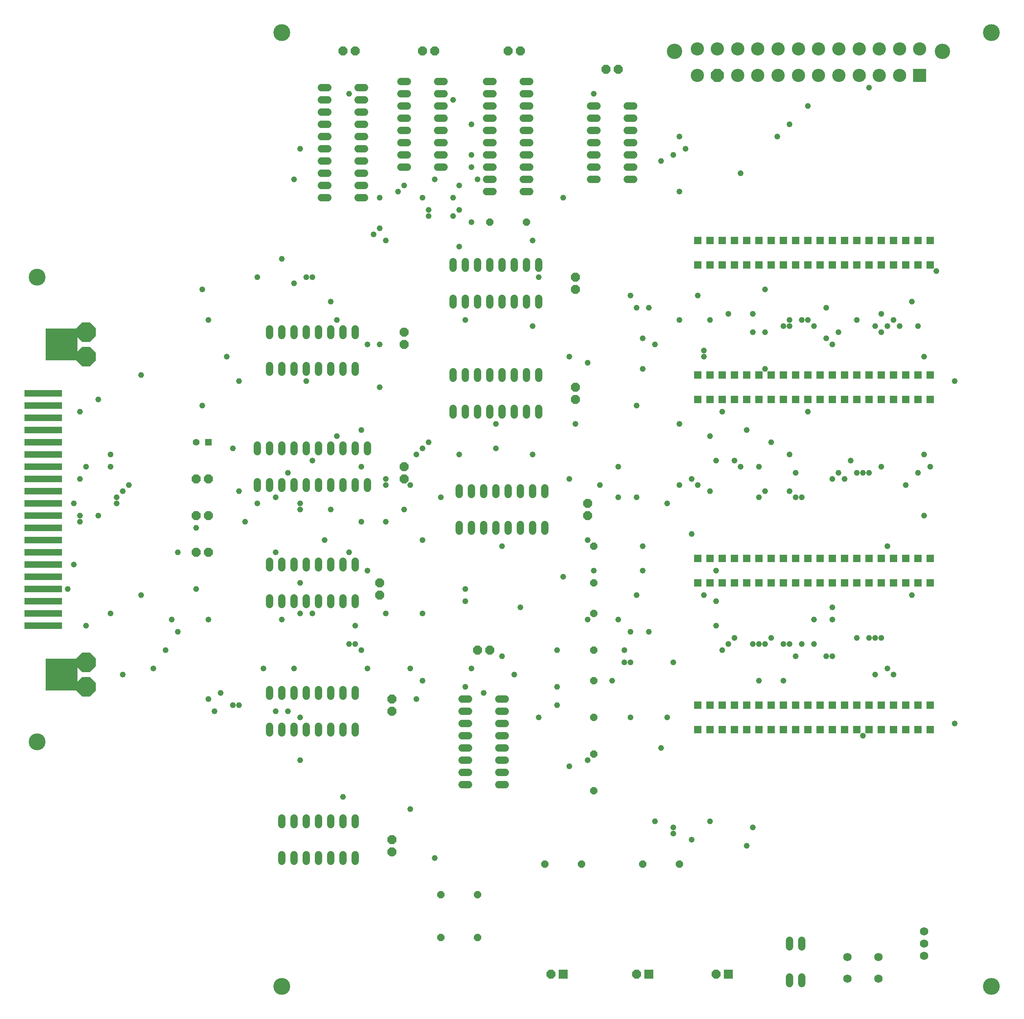
<source format=gbr>
G04 EAGLE Gerber RS-274X export*
G75*
%MOMM*%
%FSLAX34Y34*%
%LPD*%
%INSoldermask Bottom*%
%IPPOS*%
%AMOC8*
5,1,8,0,0,1.08239X$1,22.5*%
G01*
%ADD10R,7.823200X1.473200*%
%ADD11R,1.411200X1.411200*%
%ADD12C,1.411200*%
%ADD13C,1.524000*%
%ADD14P,1.951982X8X202.500000*%
%ADD15P,1.951982X8X22.500000*%
%ADD16P,1.649562X8X22.500000*%
%ADD17P,1.649562X8X202.500000*%
%ADD18C,1.727200*%
%ADD19P,2.034460X8X22.500000*%
%ADD20R,1.879600X1.879600*%
%ADD21C,3.505200*%
%ADD22P,1.951982X8X112.500000*%
%ADD23R,1.511200X1.511200*%
%ADD24P,1.649562X8X112.500000*%
%ADD25P,4.343848X8X22.500000*%
%ADD26R,2.743200X2.743200*%
%ADD27C,2.743200*%
%ADD28P,2.969212X8X22.500000*%
%ADD29C,3.203200*%
%ADD30R,6.654800X6.654800*%
%ADD31C,1.219200*%


D10*
X88900Y749300D03*
X88900Y723900D03*
X88900Y698500D03*
X88900Y673100D03*
X88900Y647700D03*
X88900Y622300D03*
X88900Y596900D03*
X88900Y571500D03*
X88900Y546100D03*
X88900Y520700D03*
X88900Y495300D03*
X88900Y469900D03*
X88900Y444500D03*
X88900Y419100D03*
X88900Y393700D03*
X88900Y368300D03*
X88900Y342900D03*
X88900Y317500D03*
X88900Y292100D03*
X88900Y266700D03*
D11*
X431800Y647700D03*
D12*
X406400Y647700D03*
D13*
X666496Y1384300D02*
X679704Y1384300D01*
X679704Y1358900D02*
X666496Y1358900D01*
X666496Y1231900D02*
X679704Y1231900D01*
X679704Y1206500D02*
X666496Y1206500D01*
X666496Y1333500D02*
X679704Y1333500D01*
X679704Y1308100D02*
X666496Y1308100D01*
X666496Y1257300D02*
X679704Y1257300D01*
X679704Y1282700D02*
X666496Y1282700D01*
X666496Y1181100D02*
X679704Y1181100D01*
X679704Y1155700D02*
X666496Y1155700D01*
X742696Y1155700D02*
X755904Y1155700D01*
X755904Y1181100D02*
X742696Y1181100D01*
X742696Y1206500D02*
X755904Y1206500D01*
X755904Y1231900D02*
X742696Y1231900D01*
X742696Y1257300D02*
X755904Y1257300D01*
X755904Y1282700D02*
X742696Y1282700D01*
X742696Y1308100D02*
X755904Y1308100D01*
X755904Y1333500D02*
X742696Y1333500D01*
X742696Y1358900D02*
X755904Y1358900D01*
X755904Y1384300D02*
X742696Y1384300D01*
X736600Y400304D02*
X736600Y387096D01*
X711200Y387096D02*
X711200Y400304D01*
X584200Y400304D02*
X584200Y387096D01*
X558800Y387096D02*
X558800Y400304D01*
X685800Y400304D02*
X685800Y387096D01*
X660400Y387096D02*
X660400Y400304D01*
X609600Y400304D02*
X609600Y387096D01*
X635000Y387096D02*
X635000Y400304D01*
X558800Y324104D02*
X558800Y310896D01*
X584200Y310896D02*
X584200Y324104D01*
X609600Y324104D02*
X609600Y310896D01*
X635000Y310896D02*
X635000Y324104D01*
X660400Y324104D02*
X660400Y310896D01*
X685800Y310896D02*
X685800Y324104D01*
X711200Y324104D02*
X711200Y310896D01*
X736600Y310896D02*
X736600Y324104D01*
D14*
X431800Y495300D03*
X406400Y495300D03*
X431800Y571500D03*
X406400Y571500D03*
D15*
X406400Y419100D03*
X431800Y419100D03*
D13*
X736600Y133604D02*
X736600Y120396D01*
X711200Y120396D02*
X711200Y133604D01*
X584200Y133604D02*
X584200Y120396D01*
X558800Y120396D02*
X558800Y133604D01*
X685800Y133604D02*
X685800Y120396D01*
X660400Y120396D02*
X660400Y133604D01*
X609600Y133604D02*
X609600Y120396D01*
X635000Y120396D02*
X635000Y133604D01*
X558800Y57404D02*
X558800Y44196D01*
X584200Y44196D02*
X584200Y57404D01*
X609600Y57404D02*
X609600Y44196D01*
X635000Y44196D02*
X635000Y57404D01*
X660400Y57404D02*
X660400Y44196D01*
X685800Y44196D02*
X685800Y57404D01*
X711200Y57404D02*
X711200Y44196D01*
X736600Y44196D02*
X736600Y57404D01*
X958596Y114300D02*
X971804Y114300D01*
X971804Y88900D02*
X958596Y88900D01*
X958596Y-38100D02*
X971804Y-38100D01*
X971804Y-63500D02*
X958596Y-63500D01*
X958596Y63500D02*
X971804Y63500D01*
X971804Y38100D02*
X958596Y38100D01*
X958596Y-12700D02*
X971804Y-12700D01*
X971804Y12700D02*
X958596Y12700D01*
X1034796Y-63500D02*
X1048004Y-63500D01*
X1048004Y-38100D02*
X1034796Y-38100D01*
X1034796Y-12700D02*
X1048004Y-12700D01*
X1048004Y12700D02*
X1034796Y12700D01*
X1034796Y38100D02*
X1048004Y38100D01*
X1048004Y63500D02*
X1034796Y63500D01*
X1034796Y88900D02*
X1048004Y88900D01*
X1048004Y114300D02*
X1034796Y114300D01*
X1130300Y539496D02*
X1130300Y552704D01*
X1104900Y552704D02*
X1104900Y539496D01*
X977900Y539496D02*
X977900Y552704D01*
X952500Y552704D02*
X952500Y539496D01*
X1079500Y539496D02*
X1079500Y552704D01*
X1054100Y552704D02*
X1054100Y539496D01*
X1003300Y539496D02*
X1003300Y552704D01*
X1028700Y552704D02*
X1028700Y539496D01*
X952500Y476504D02*
X952500Y463296D01*
X977900Y463296D02*
X977900Y476504D01*
X1003300Y476504D02*
X1003300Y463296D01*
X1028700Y463296D02*
X1028700Y476504D01*
X1054100Y476504D02*
X1054100Y463296D01*
X1079500Y463296D02*
X1079500Y476504D01*
X1104900Y476504D02*
X1104900Y463296D01*
X1130300Y463296D02*
X1130300Y476504D01*
X844804Y1397000D02*
X831596Y1397000D01*
X831596Y1371600D02*
X844804Y1371600D01*
X844804Y1244600D02*
X831596Y1244600D01*
X831596Y1219200D02*
X844804Y1219200D01*
X844804Y1346200D02*
X831596Y1346200D01*
X831596Y1320800D02*
X844804Y1320800D01*
X844804Y1270000D02*
X831596Y1270000D01*
X831596Y1295400D02*
X844804Y1295400D01*
X907796Y1219200D02*
X921004Y1219200D01*
X921004Y1244600D02*
X907796Y1244600D01*
X907796Y1270000D02*
X921004Y1270000D01*
X921004Y1295400D02*
X907796Y1295400D01*
X907796Y1320800D02*
X921004Y1320800D01*
X921004Y1346200D02*
X907796Y1346200D01*
X907796Y1371600D02*
X921004Y1371600D01*
X921004Y1397000D02*
X907796Y1397000D01*
X1009396Y1397000D02*
X1022604Y1397000D01*
X1022604Y1371600D02*
X1009396Y1371600D01*
X1009396Y1244600D02*
X1022604Y1244600D01*
X1022604Y1219200D02*
X1009396Y1219200D01*
X1009396Y1346200D02*
X1022604Y1346200D01*
X1022604Y1320800D02*
X1009396Y1320800D01*
X1009396Y1270000D02*
X1022604Y1270000D01*
X1022604Y1295400D02*
X1009396Y1295400D01*
X1009396Y1193800D02*
X1022604Y1193800D01*
X1022604Y1168400D02*
X1009396Y1168400D01*
X1085596Y1168400D02*
X1098804Y1168400D01*
X1098804Y1193800D02*
X1085596Y1193800D01*
X1085596Y1219200D02*
X1098804Y1219200D01*
X1098804Y1244600D02*
X1085596Y1244600D01*
X1085596Y1270000D02*
X1098804Y1270000D01*
X1098804Y1295400D02*
X1085596Y1295400D01*
X1085596Y1320800D02*
X1098804Y1320800D01*
X1098804Y1346200D02*
X1085596Y1346200D01*
X1085596Y1371600D02*
X1098804Y1371600D01*
X1098804Y1397000D02*
X1085596Y1397000D01*
X736600Y882904D02*
X736600Y869696D01*
X711200Y869696D02*
X711200Y882904D01*
X584200Y882904D02*
X584200Y869696D01*
X558800Y869696D02*
X558800Y882904D01*
X685800Y882904D02*
X685800Y869696D01*
X660400Y869696D02*
X660400Y882904D01*
X609600Y882904D02*
X609600Y869696D01*
X635000Y869696D02*
X635000Y882904D01*
X558800Y806704D02*
X558800Y793496D01*
X584200Y793496D02*
X584200Y806704D01*
X609600Y806704D02*
X609600Y793496D01*
X635000Y793496D02*
X635000Y806704D01*
X660400Y806704D02*
X660400Y793496D01*
X685800Y793496D02*
X685800Y806704D01*
X711200Y806704D02*
X711200Y793496D01*
X736600Y793496D02*
X736600Y806704D01*
X1117600Y794004D02*
X1117600Y780796D01*
X1092200Y780796D02*
X1092200Y794004D01*
X965200Y794004D02*
X965200Y780796D01*
X939800Y780796D02*
X939800Y794004D01*
X1066800Y794004D02*
X1066800Y780796D01*
X1041400Y780796D02*
X1041400Y794004D01*
X990600Y794004D02*
X990600Y780796D01*
X1016000Y780796D02*
X1016000Y794004D01*
X939800Y717804D02*
X939800Y704596D01*
X965200Y704596D02*
X965200Y717804D01*
X990600Y717804D02*
X990600Y704596D01*
X1016000Y704596D02*
X1016000Y717804D01*
X1041400Y717804D02*
X1041400Y704596D01*
X1066800Y704596D02*
X1066800Y717804D01*
X1092200Y717804D02*
X1092200Y704596D01*
X1117600Y704596D02*
X1117600Y717804D01*
X1225296Y1346200D02*
X1238504Y1346200D01*
X1238504Y1320800D02*
X1225296Y1320800D01*
X1225296Y1193800D02*
X1238504Y1193800D01*
X1301496Y1193800D02*
X1314704Y1193800D01*
X1238504Y1295400D02*
X1225296Y1295400D01*
X1225296Y1270000D02*
X1238504Y1270000D01*
X1238504Y1219200D02*
X1225296Y1219200D01*
X1225296Y1244600D02*
X1238504Y1244600D01*
X1301496Y1219200D02*
X1314704Y1219200D01*
X1314704Y1244600D02*
X1301496Y1244600D01*
X1301496Y1270000D02*
X1314704Y1270000D01*
X1314704Y1295400D02*
X1301496Y1295400D01*
X1301496Y1320800D02*
X1314704Y1320800D01*
X1314704Y1346200D02*
X1301496Y1346200D01*
X1117600Y1022604D02*
X1117600Y1009396D01*
X1092200Y1009396D02*
X1092200Y1022604D01*
X965200Y1022604D02*
X965200Y1009396D01*
X939800Y1009396D02*
X939800Y1022604D01*
X1066800Y1022604D02*
X1066800Y1009396D01*
X1041400Y1009396D02*
X1041400Y1022604D01*
X990600Y1022604D02*
X990600Y1009396D01*
X1016000Y1009396D02*
X1016000Y1022604D01*
X939800Y946404D02*
X939800Y933196D01*
X965200Y933196D02*
X965200Y946404D01*
X990600Y946404D02*
X990600Y933196D01*
X1016000Y933196D02*
X1016000Y946404D01*
X1041400Y946404D02*
X1041400Y933196D01*
X1066800Y933196D02*
X1066800Y946404D01*
X1092200Y946404D02*
X1092200Y933196D01*
X1117600Y933196D02*
X1117600Y946404D01*
X736600Y-133096D02*
X736600Y-146304D01*
X711200Y-146304D02*
X711200Y-133096D01*
X584200Y-133096D02*
X584200Y-146304D01*
X584200Y-209296D02*
X584200Y-222504D01*
X685800Y-146304D02*
X685800Y-133096D01*
X660400Y-133096D02*
X660400Y-146304D01*
X609600Y-146304D02*
X609600Y-133096D01*
X635000Y-133096D02*
X635000Y-146304D01*
X609600Y-209296D02*
X609600Y-222504D01*
X635000Y-222504D02*
X635000Y-209296D01*
X660400Y-209296D02*
X660400Y-222504D01*
X685800Y-222504D02*
X685800Y-209296D01*
X711200Y-209296D02*
X711200Y-222504D01*
X736600Y-222504D02*
X736600Y-209296D01*
X762000Y628396D02*
X762000Y641604D01*
X736600Y641604D02*
X736600Y628396D01*
X609600Y628396D02*
X609600Y641604D01*
X584200Y641604D02*
X584200Y628396D01*
X711200Y628396D02*
X711200Y641604D01*
X685800Y641604D02*
X685800Y628396D01*
X635000Y628396D02*
X635000Y641604D01*
X660400Y641604D02*
X660400Y628396D01*
X558800Y628396D02*
X558800Y641604D01*
X533400Y641604D02*
X533400Y628396D01*
X533400Y565404D02*
X533400Y552196D01*
X558800Y552196D02*
X558800Y565404D01*
X584200Y565404D02*
X584200Y552196D01*
X609600Y552196D02*
X609600Y565404D01*
X635000Y565404D02*
X635000Y552196D01*
X660400Y552196D02*
X660400Y565404D01*
X685800Y565404D02*
X685800Y552196D01*
X711200Y552196D02*
X711200Y565404D01*
X736600Y565404D02*
X736600Y552196D01*
X762000Y552196D02*
X762000Y565404D01*
X1638300Y-463296D02*
X1638300Y-476504D01*
X1663700Y-476504D02*
X1663700Y-463296D01*
X1663700Y-400304D02*
X1663700Y-387096D01*
X1638300Y-387096D02*
X1638300Y-400304D01*
D16*
X1016000Y1104900D03*
X1092200Y1104900D03*
D17*
X990600Y-381000D03*
X914400Y-381000D03*
D18*
X1917700Y-419100D03*
X1917700Y-393700D03*
X1917700Y-368300D03*
X1758188Y-421894D03*
X1758188Y-467106D03*
X1823212Y-421894D03*
X1823212Y-467106D03*
D19*
X1485900Y-457200D03*
D20*
X1511300Y-457200D03*
D17*
X1206500Y-228600D03*
X1130300Y-228600D03*
X1409700Y-228600D03*
X1333500Y-228600D03*
D16*
X914400Y-292100D03*
X990600Y-292100D03*
D19*
X1320800Y-457200D03*
D20*
X1346200Y-457200D03*
D19*
X1143000Y-457200D03*
D20*
X1168400Y-457200D03*
D21*
X584200Y1498600D03*
X2057400Y-482600D03*
X76200Y990600D03*
X76200Y25400D03*
X584200Y-482600D03*
X2057400Y1498600D03*
D14*
X736600Y1460500D03*
X711200Y1460500D03*
D22*
X787400Y330200D03*
X787400Y355600D03*
X812800Y88900D03*
X812800Y114300D03*
D14*
X1016000Y215900D03*
X990600Y215900D03*
D22*
X1219200Y495300D03*
X1219200Y520700D03*
D14*
X901700Y1460500D03*
X876300Y1460500D03*
D22*
X838200Y850900D03*
X838200Y876300D03*
D14*
X1079500Y1460500D03*
X1054100Y1460500D03*
D22*
X1193800Y736600D03*
X1193800Y762000D03*
X1193800Y965200D03*
X1193800Y990600D03*
D14*
X1282700Y1422400D03*
X1257300Y1422400D03*
D22*
X812800Y-203200D03*
X812800Y-177800D03*
X838200Y571500D03*
X838200Y596900D03*
D23*
X1676400Y1066800D03*
X1651000Y1066800D03*
X1625600Y1066800D03*
X1600200Y1066800D03*
X1574800Y1066800D03*
X1549400Y1066800D03*
X1524000Y1066800D03*
X1498600Y1066800D03*
X1701800Y1066800D03*
X1727200Y1066800D03*
X1752600Y1066800D03*
X1778000Y1066800D03*
X1803400Y1066800D03*
X1828800Y1066800D03*
X1854200Y1066800D03*
X1473200Y1066800D03*
X1879600Y1066800D03*
X1905000Y1066800D03*
X1447800Y1066800D03*
X1930400Y1066800D03*
X1930400Y1016000D03*
X1905000Y1016000D03*
X1879600Y1016000D03*
X1854200Y1016000D03*
X1828800Y1016000D03*
X1803400Y1016000D03*
X1778000Y1016000D03*
X1752600Y1016000D03*
X1727200Y1016000D03*
X1701800Y1016000D03*
X1676400Y1016000D03*
X1651000Y1016000D03*
X1625600Y1016000D03*
X1600200Y1016000D03*
X1574800Y1016000D03*
X1549400Y1016000D03*
X1524000Y1016000D03*
X1498600Y1016000D03*
X1473200Y1016000D03*
X1447800Y1016000D03*
X1676400Y787400D03*
X1651000Y787400D03*
X1625600Y787400D03*
X1600200Y787400D03*
X1574800Y787400D03*
X1549400Y787400D03*
X1524000Y787400D03*
X1498600Y787400D03*
X1701800Y787400D03*
X1727200Y787400D03*
X1752600Y787400D03*
X1778000Y787400D03*
X1803400Y787400D03*
X1828800Y787400D03*
X1854200Y787400D03*
X1473200Y787400D03*
X1879600Y787400D03*
X1905000Y787400D03*
X1447800Y787400D03*
X1930400Y787400D03*
X1930400Y736600D03*
X1905000Y736600D03*
X1879600Y736600D03*
X1854200Y736600D03*
X1828800Y736600D03*
X1803400Y736600D03*
X1778000Y736600D03*
X1752600Y736600D03*
X1727200Y736600D03*
X1701800Y736600D03*
X1676400Y736600D03*
X1651000Y736600D03*
X1625600Y736600D03*
X1600200Y736600D03*
X1574800Y736600D03*
X1549400Y736600D03*
X1524000Y736600D03*
X1498600Y736600D03*
X1473200Y736600D03*
X1447800Y736600D03*
X1676400Y406400D03*
X1651000Y406400D03*
X1625600Y406400D03*
X1600200Y406400D03*
X1574800Y406400D03*
X1549400Y406400D03*
X1524000Y406400D03*
X1498600Y406400D03*
X1701800Y406400D03*
X1727200Y406400D03*
X1752600Y406400D03*
X1778000Y406400D03*
X1803400Y406400D03*
X1828800Y406400D03*
X1854200Y406400D03*
X1473200Y406400D03*
X1879600Y406400D03*
X1905000Y406400D03*
X1447800Y406400D03*
X1930400Y406400D03*
X1930400Y355600D03*
X1905000Y355600D03*
X1879600Y355600D03*
X1854200Y355600D03*
X1828800Y355600D03*
X1803400Y355600D03*
X1778000Y355600D03*
X1752600Y355600D03*
X1727200Y355600D03*
X1701800Y355600D03*
X1676400Y355600D03*
X1651000Y355600D03*
X1625600Y355600D03*
X1600200Y355600D03*
X1574800Y355600D03*
X1549400Y355600D03*
X1524000Y355600D03*
X1498600Y355600D03*
X1473200Y355600D03*
X1447800Y355600D03*
X1676400Y101600D03*
X1651000Y101600D03*
X1625600Y101600D03*
X1600200Y101600D03*
X1574800Y101600D03*
X1549400Y101600D03*
X1524000Y101600D03*
X1498600Y101600D03*
X1701800Y101600D03*
X1727200Y101600D03*
X1752600Y101600D03*
X1778000Y101600D03*
X1803400Y101600D03*
X1828800Y101600D03*
X1854200Y101600D03*
X1473200Y101600D03*
X1879600Y101600D03*
X1905000Y101600D03*
X1447800Y101600D03*
X1930400Y101600D03*
X1930400Y50800D03*
X1905000Y50800D03*
X1879600Y50800D03*
X1854200Y50800D03*
X1828800Y50800D03*
X1803400Y50800D03*
X1778000Y50800D03*
X1752600Y50800D03*
X1727200Y50800D03*
X1701800Y50800D03*
X1676400Y50800D03*
X1651000Y50800D03*
X1625600Y50800D03*
X1600200Y50800D03*
X1574800Y50800D03*
X1549400Y50800D03*
X1524000Y50800D03*
X1498600Y50800D03*
X1473200Y50800D03*
X1447800Y50800D03*
D24*
X1231900Y355600D03*
X1231900Y431800D03*
X1231900Y215900D03*
X1231900Y292100D03*
X1231900Y76200D03*
X1231900Y152400D03*
X1231900Y-76200D03*
X1231900Y0D03*
D25*
X177800Y876300D03*
X177800Y825500D03*
X177800Y190500D03*
X177800Y139700D03*
D26*
X1908670Y1409124D03*
D27*
X1866670Y1409124D03*
X1824670Y1409124D03*
X1782670Y1409124D03*
X1740670Y1409124D03*
X1698670Y1409124D03*
X1656670Y1409124D03*
X1614670Y1409124D03*
X1572670Y1409124D03*
X1530670Y1409124D03*
D28*
X1488670Y1409124D03*
D27*
X1908670Y1464124D03*
X1866670Y1464124D03*
X1824670Y1464124D03*
X1782670Y1464124D03*
X1740670Y1464124D03*
X1698670Y1464124D03*
X1656670Y1464124D03*
X1614670Y1464124D03*
X1572670Y1464124D03*
X1530670Y1464124D03*
X1446670Y1409124D03*
X1488670Y1464124D03*
X1446670Y1464124D03*
D29*
X1399718Y1459484D03*
X1955621Y1459509D03*
D30*
X127000Y850900D03*
X127000Y165100D03*
D31*
X1104900Y1066800D03*
X939800Y1117600D03*
X1778000Y901700D03*
X863600Y622300D03*
X762000Y381000D03*
X1841500Y177800D03*
X965200Y139700D03*
X139700Y342900D03*
X876300Y152400D03*
X1219200Y812800D03*
X292100Y787400D03*
X787400Y850900D03*
X876300Y444500D03*
X850900Y177800D03*
X876300Y635000D03*
X850900Y-114300D03*
X977900Y177800D03*
X482600Y635000D03*
X1244600Y558800D03*
X254000Y546100D03*
X241300Y533400D03*
X152400Y520700D03*
X622300Y-12700D03*
X165100Y495300D03*
X596900Y88900D03*
X571500Y88900D03*
X165100Y482600D03*
X584200Y279400D03*
X431800Y279400D03*
X203200Y495300D03*
X736600Y266700D03*
X495300Y101600D03*
X241300Y520700D03*
X622300Y292100D03*
X457200Y127000D03*
X635000Y774700D03*
X762000Y850900D03*
X152400Y393700D03*
X1028700Y635000D03*
X609600Y177800D03*
X368300Y419100D03*
X889000Y647700D03*
X342900Y215900D03*
X228600Y292100D03*
X762000Y177800D03*
X647700Y292100D03*
X444500Y88900D03*
X914400Y533400D03*
X482600Y101600D03*
X177800Y266700D03*
X609600Y1193800D03*
X609600Y977900D03*
X228600Y596900D03*
X990600Y1193800D03*
X698500Y901700D03*
X431800Y901700D03*
X876300Y1155700D03*
X266700Y558800D03*
X584200Y1028700D03*
X533400Y990600D03*
X177800Y596900D03*
X165100Y571500D03*
X838200Y1181100D03*
X1358900Y850900D03*
X1308100Y190500D03*
X419100Y965200D03*
X1193800Y685800D03*
X1346200Y927100D03*
X1346200Y254000D03*
X571500Y419100D03*
X685800Y508000D03*
X1155700Y101600D03*
X1282700Y596900D03*
X571500Y533400D03*
X406400Y469900D03*
X165100Y711200D03*
X749300Y482600D03*
X825500Y1168400D03*
X228600Y622300D03*
X317500Y177800D03*
X431800Y114300D03*
X622300Y355600D03*
X203200Y736600D03*
X546100Y177800D03*
X1841500Y889000D03*
X292100Y330200D03*
X368300Y254000D03*
X622300Y508000D03*
X876300Y292100D03*
X965200Y342900D03*
X1473200Y-139700D03*
X1778000Y584200D03*
X254000Y165100D03*
X1803400Y584200D03*
X749300Y596900D03*
X1549400Y-190500D03*
X1676400Y901700D03*
X1689100Y228600D03*
X1739900Y584200D03*
X1231900Y1371600D03*
X723900Y1371600D03*
X1663700Y901700D03*
X1651000Y203200D03*
X1727200Y571500D03*
X1447800Y952500D03*
X977900Y1104900D03*
X1727200Y850900D03*
X1562100Y228600D03*
X1270000Y152400D03*
X1384300Y76200D03*
X1765300Y609600D03*
X1460500Y838200D03*
X939800Y1358900D03*
X1689100Y889000D03*
X1511300Y228600D03*
X1333500Y431800D03*
X1422400Y1257300D03*
X1485900Y266700D03*
X1752600Y571500D03*
X1409700Y1282700D03*
X787400Y1092200D03*
X952500Y1181100D03*
X1714500Y863600D03*
X1524000Y241300D03*
X1473200Y546100D03*
X1727200Y203200D03*
X1219200Y-12700D03*
X1511300Y914400D03*
X800100Y1066800D03*
X977900Y1244600D03*
X1320800Y723900D03*
X1498600Y215900D03*
X1447800Y558800D03*
X1473200Y901700D03*
X952500Y1130300D03*
X1587500Y800100D03*
X1778000Y241300D03*
X1524000Y609600D03*
X1714500Y927100D03*
X419100Y723900D03*
X647700Y990600D03*
X647700Y609600D03*
X469900Y825500D03*
X635000Y990600D03*
X622300Y1257300D03*
X1409700Y901700D03*
X1397000Y190500D03*
X850900Y558800D03*
X1638300Y546100D03*
X533400Y520700D03*
X1562100Y914400D03*
X1625600Y228600D03*
X1651000Y584200D03*
X800100Y558800D03*
X1155700Y215900D03*
X1435100Y457200D03*
X508000Y482600D03*
X1587500Y876300D03*
X1638300Y228600D03*
X1409700Y558800D03*
X800100Y571500D03*
X1079500Y304800D03*
X673100Y444500D03*
X723900Y419100D03*
X800100Y482600D03*
X1117600Y76200D03*
X1041400Y203200D03*
X1460500Y825500D03*
X1066800Y165100D03*
X1485900Y609600D03*
X977900Y1308100D03*
X495300Y774700D03*
X800100Y292100D03*
X1562100Y876300D03*
X1574800Y228600D03*
X1536700Y596900D03*
X1003300Y127000D03*
X723900Y228600D03*
X495300Y546100D03*
X1739900Y876300D03*
X1587500Y228600D03*
X1828800Y596900D03*
X1181100Y-25400D03*
X1485900Y317500D03*
X406400Y342900D03*
X1828800Y876300D03*
X1828800Y241300D03*
X1587500Y546100D03*
X901700Y-215900D03*
X355600Y279400D03*
X1600200Y241300D03*
X1574800Y596900D03*
X1816100Y889000D03*
X787400Y762000D03*
X1282700Y279400D03*
X622300Y520700D03*
X596900Y584200D03*
X1828800Y914400D03*
X1816100Y241300D03*
X1981200Y774700D03*
X1397000Y1244600D03*
X1625600Y889000D03*
X1803400Y241300D03*
X1358900Y-139700D03*
X736600Y228600D03*
X1917700Y495300D03*
X1638300Y901700D03*
X1663700Y228600D03*
X1320800Y330200D03*
X1574800Y152400D03*
X1028700Y685800D03*
X1879600Y558800D03*
X1816100Y165100D03*
X1727200Y304800D03*
X1905000Y584200D03*
X1854200Y901700D03*
X1397000Y-152400D03*
X1638300Y889000D03*
X1689100Y279400D03*
X1460500Y330200D03*
X1155700Y139700D03*
X1485900Y381000D03*
X1866900Y889000D03*
X1854200Y165100D03*
X1651000Y533400D03*
X1397000Y-165100D03*
X1930400Y596900D03*
X1892300Y939800D03*
X1231900Y381000D03*
X1790700Y38100D03*
X1727200Y279400D03*
X1104900Y622300D03*
X1625600Y152400D03*
X1917700Y622300D03*
X622300Y76200D03*
X1905000Y889000D03*
X1714500Y203200D03*
X1663700Y533400D03*
X1536700Y1206500D03*
X863600Y114300D03*
X749300Y215900D03*
X1435100Y-177800D03*
X1790700Y584200D03*
X1562100Y-152400D03*
X711200Y-88900D03*
X1892300Y330200D03*
X1219200Y279400D03*
X1676400Y711200D03*
X901700Y1193800D03*
X774700Y1079500D03*
X939800Y1155700D03*
X685800Y939800D03*
X1181100Y825500D03*
X977900Y1219200D03*
X889000Y1130300D03*
X698500Y660400D03*
X965200Y901700D03*
X787400Y1155700D03*
X889000Y1117600D03*
X952500Y1054100D03*
X749300Y673100D03*
X1638300Y1308100D03*
X1917700Y825500D03*
X1943100Y1003300D03*
X1676400Y1346200D03*
X1549400Y673100D03*
X1435100Y571500D03*
X1104900Y889000D03*
X1498600Y711200D03*
X1320800Y533400D03*
X1612900Y1282700D03*
X1587500Y965200D03*
X1181100Y571500D03*
X1841500Y431800D03*
X1600200Y647700D03*
X1333500Y381000D03*
X1371600Y1231900D03*
X1384300Y520700D03*
X1168400Y1155700D03*
X1638300Y622300D03*
X1117600Y990600D03*
X1409700Y685800D03*
X1219200Y444500D03*
X838200Y508000D03*
X952500Y622300D03*
X965200Y317500D03*
X1295400Y190500D03*
X1333500Y863600D03*
X1282700Y533400D03*
X1308100Y76200D03*
X1371600Y12700D03*
X1333500Y800100D03*
X1473200Y660400D03*
X1168400Y368300D03*
X1308100Y952500D03*
X1295400Y215900D03*
X1308100Y254000D03*
X1320800Y927100D03*
X1409700Y1168400D03*
X1574800Y533400D03*
X1981200Y63500D03*
X1041400Y431800D03*
X1803400Y1384300D03*
M02*

</source>
